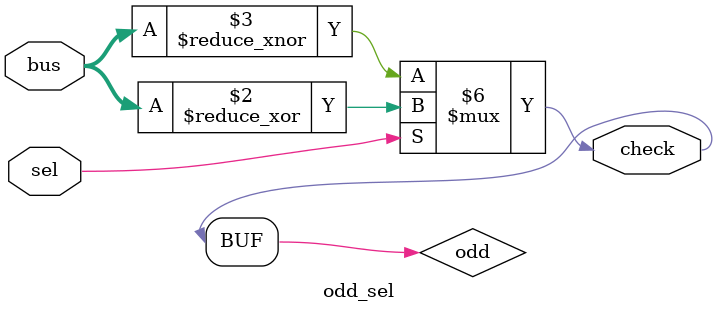
<source format=v>
`timescale 1ns/1ns
module odd_sel(
input [31:0] bus,
input sel,
output check
);
//*************code***********//
//sel为1时奇校验，为0时偶校验
//连续异或结果为奇校验，连续同或结果为偶校验  采用按位异或同或
reg odd = 0;
always @(*) begin
    if(sel) begin
        odd = ^bus;
    end
    else begin
        odd = ~^bus;
    end
    
end
assign check = odd;
/* 其他答案
`timescale 1ns/1ns
module odd_sel(
input [31:0] bus,
input sel,
output check
);

wire odd;
assign odd = ^bus;
assign check = sel?odd:~odd;

endmodule 
*/
//*************code***********//
endmodule
</source>
